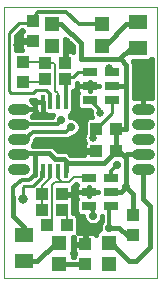
<source format=gtl>
G75*
G70*
%OFA0B0*%
%FSLAX24Y24*%
%IPPOS*%
%LPD*%
%AMOC8*
5,1,8,0,0,1.08239X$1,22.5*
%
%ADD10C,0.0000*%
%ADD11R,0.0515X0.0515*%
%ADD12R,0.0630X0.0472*%
%ADD13R,0.0394X0.0433*%
%ADD14R,0.0433X0.0394*%
%ADD15R,0.0138X0.0472*%
%ADD16R,0.0494X0.0276*%
%ADD17C,0.0377*%
%ADD18C,0.0120*%
%ADD19C,0.0277*%
%ADD20C,0.0258*%
%ADD21C,0.0060*%
%ADD22C,0.0100*%
%ADD23C,0.0160*%
%ADD24C,0.0150*%
%ADD25C,0.0317*%
%ADD26C,0.0080*%
D10*
X000900Y000980D02*
X000900Y010035D01*
X006018Y010035D01*
X006018Y000980D01*
X000900Y000980D01*
D11*
X002753Y001459D03*
X002753Y002167D03*
X004406Y002167D03*
X004406Y001459D03*
X004165Y008729D03*
X004165Y009438D03*
X002512Y009438D03*
X002512Y008729D03*
D12*
X005382Y008649D03*
X005382Y009516D03*
X001578Y002434D03*
X001578Y001568D03*
D13*
X002325Y002740D03*
X002165Y003260D03*
X002165Y003780D03*
X002835Y003780D03*
X002835Y003260D03*
X002995Y002740D03*
X003965Y005940D03*
X004635Y005940D03*
X002955Y007620D03*
X002955Y008140D03*
X002285Y008140D03*
X002285Y007620D03*
D14*
X001540Y007525D03*
X001540Y008195D03*
X001860Y008885D03*
X001860Y009555D03*
X003965Y005220D03*
X004635Y005220D03*
X005220Y003075D03*
X005220Y002405D03*
X003620Y002115D03*
X003620Y001445D03*
D15*
X002964Y004548D03*
X002708Y004548D03*
X002452Y004548D03*
X002196Y004548D03*
X002196Y006852D03*
X002452Y006852D03*
X002708Y006852D03*
X002964Y006852D03*
D16*
X003766Y006908D03*
X003766Y007380D03*
X003766Y007852D03*
X004514Y007852D03*
X004514Y007380D03*
X004514Y006908D03*
X004474Y004332D03*
X004474Y003860D03*
X004474Y003388D03*
X003726Y003388D03*
X003726Y003860D03*
X003726Y004332D03*
D17*
X005351Y004620D02*
X005729Y004620D01*
X005729Y005120D02*
X005351Y005120D01*
X005351Y005620D02*
X005729Y005620D01*
X005729Y006120D02*
X005351Y006120D01*
X005351Y006620D02*
X005729Y006620D01*
X001569Y006620D02*
X001191Y006620D01*
X001191Y006120D02*
X001569Y006120D01*
X001569Y005620D02*
X001191Y005620D01*
X001191Y005120D02*
X001569Y005120D01*
X001569Y004620D02*
X001191Y004620D01*
D18*
X001500Y004260D02*
X001220Y004020D01*
X001220Y003700D01*
X001500Y004260D02*
X001740Y004260D01*
X001940Y004420D01*
X002180Y004340D02*
X002180Y004532D01*
X002196Y004548D01*
X001620Y005620D02*
X001860Y005860D01*
X002980Y005860D01*
X003140Y006020D01*
X002820Y006260D02*
X002720Y006120D01*
X001380Y006120D01*
X001380Y005620D02*
X001620Y005620D01*
X002452Y006852D02*
X002452Y007108D01*
X002964Y006852D02*
X002964Y007460D01*
X002964Y007524D01*
X002980Y007540D01*
X003402Y009438D02*
X002980Y009860D01*
X002045Y009860D01*
X003402Y009438D02*
X004165Y009438D01*
X004660Y004740D02*
X004474Y004554D01*
X004474Y004332D01*
X004474Y003388D02*
X004420Y003334D01*
X004420Y002660D01*
X003860Y003060D02*
X003860Y003220D01*
X003700Y003380D01*
D19*
X003860Y003060D03*
X004420Y002660D03*
X004980Y004020D03*
X004660Y004740D03*
X003540Y006420D03*
X003140Y006020D03*
X002820Y006260D03*
X002180Y005540D03*
X003420Y005300D03*
X005540Y007540D03*
D20*
X004420Y007980D03*
X004100Y006500D03*
X003860Y005660D03*
D21*
X003720Y004340D02*
X003200Y004340D01*
X003200Y004320D01*
X003080Y004200D01*
X002840Y004200D01*
X002720Y004320D01*
X002708Y004548D01*
X002160Y003860D02*
X002165Y003780D01*
X002180Y003820D01*
X002240Y003300D02*
X002165Y003260D01*
X002835Y003260D02*
X002920Y003300D01*
X002920Y003120D01*
X003000Y003040D01*
X003000Y002780D01*
X002995Y002740D01*
X003700Y003380D02*
X003720Y003400D01*
X003726Y003388D01*
X003740Y003860D02*
X003726Y003860D01*
X003740Y003860D01*
X003726Y004015D02*
X003740Y004020D01*
X003726Y004332D02*
X003720Y004340D01*
X004500Y006900D02*
X004480Y006920D01*
X004514Y006908D01*
X004514Y007852D02*
X004460Y007860D01*
X004420Y007860D01*
X003780Y007380D02*
X003766Y007380D01*
X003780Y007380D01*
X003020Y007460D02*
X002964Y007460D01*
X002964Y007524D02*
X002960Y007580D01*
X002960Y007620D01*
X002955Y007620D01*
X002980Y007560D01*
X003000Y007580D01*
X003000Y007640D01*
X003020Y007660D01*
X003020Y007680D01*
X003060Y007700D01*
X002285Y008140D02*
X002280Y008160D01*
X002280Y008200D01*
X001540Y008200D01*
X001540Y008195D01*
X002280Y008140D02*
X002285Y008140D01*
D22*
X001860Y008885D02*
X001445Y008805D01*
X001380Y008740D01*
X001315Y008805D02*
X001300Y008820D01*
X001315Y008805D02*
X001860Y008885D01*
X001860Y009460D02*
X001860Y009555D01*
X001940Y009635D01*
X001940Y009780D01*
X002020Y009860D01*
X002045Y009860D01*
X001860Y009620D02*
X001860Y009555D01*
X001845Y009475D02*
X001860Y009460D01*
X001845Y009475D02*
X001395Y009475D01*
X001060Y009140D01*
X001060Y007220D01*
X001140Y007140D01*
X001860Y007140D01*
X001980Y007260D01*
X002300Y007260D01*
X002452Y007108D01*
X003060Y007700D02*
X003220Y007700D01*
X003372Y007852D01*
X003766Y007852D01*
X003766Y006908D02*
X003772Y006908D01*
X004100Y006580D01*
X004100Y006500D01*
X004500Y006500D02*
X003965Y005965D01*
X003965Y005940D01*
X003885Y005620D01*
X003860Y005660D01*
X004500Y006500D02*
X004500Y006900D01*
X004980Y007060D02*
X004980Y007140D01*
X004420Y007860D02*
X004420Y007980D01*
X004740Y008300D02*
X004820Y008300D01*
X003060Y008740D02*
X002955Y008635D01*
X002955Y008140D01*
X001380Y005120D02*
X001410Y005090D01*
X001580Y004060D02*
X001860Y004060D01*
X002180Y004340D01*
X001580Y004060D02*
X001540Y004020D01*
X001540Y003620D01*
X002980Y004820D02*
X002960Y004880D01*
X002964Y004896D01*
D23*
X003146Y005075D02*
X003116Y005104D01*
X003116Y005104D01*
X003044Y005176D01*
X002951Y005215D01*
X002706Y005215D01*
X002636Y005284D01*
X002564Y005356D01*
X002471Y005395D01*
X001865Y005395D01*
X001881Y005411D01*
X001937Y005547D01*
X001937Y005598D01*
X001959Y005620D01*
X003028Y005620D01*
X003116Y005657D01*
X003161Y005701D01*
X003203Y005701D01*
X003321Y005750D01*
X003410Y005839D01*
X003459Y005957D01*
X003459Y006083D01*
X003410Y006201D01*
X003321Y006290D01*
X003203Y006339D01*
X003132Y006339D01*
X003092Y006435D01*
X003107Y006435D01*
X003213Y006541D01*
X003213Y007162D01*
X003204Y007171D01*
X003204Y007223D01*
X003226Y007223D01*
X003331Y007329D01*
X003331Y007486D01*
X003339Y007494D01*
X003339Y007380D01*
X003339Y007219D01*
X003351Y007173D01*
X003366Y007147D01*
X003339Y007120D01*
X003339Y006695D01*
X003445Y006590D01*
X003765Y006590D01*
X003792Y006563D01*
X003791Y006561D01*
X003791Y006439D01*
X003833Y006337D01*
X003694Y006337D01*
X003589Y006231D01*
X003589Y005812D01*
X003551Y005721D01*
X003551Y005599D01*
X003591Y005503D01*
X003581Y005486D01*
X003569Y005441D01*
X003569Y005238D01*
X003947Y005238D01*
X003947Y005202D01*
X003569Y005202D01*
X003569Y005075D01*
X003146Y005075D01*
X003120Y005101D02*
X003569Y005101D01*
X003569Y005260D02*
X002661Y005260D01*
X003285Y005735D02*
X003557Y005735D01*
X003560Y005577D02*
X001937Y005577D01*
X001884Y005418D02*
X003569Y005418D01*
X003589Y005894D02*
X003433Y005894D01*
X003459Y006052D02*
X003589Y006052D01*
X003589Y006211D02*
X003400Y006211D01*
X003199Y006528D02*
X003791Y006528D01*
X003820Y006369D02*
X003120Y006369D01*
X003213Y006686D02*
X003348Y006686D01*
X003339Y006845D02*
X003213Y006845D01*
X003213Y007003D02*
X003339Y007003D01*
X003358Y007162D02*
X003213Y007162D01*
X003323Y007320D02*
X003339Y007320D01*
X003339Y007380D02*
X003766Y007380D01*
X004087Y007380D01*
X003766Y007380D01*
X003766Y007380D01*
X003766Y007380D01*
X003766Y007535D01*
X003766Y007380D01*
X003766Y007225D01*
X003766Y007380D01*
X003766Y007380D01*
X003766Y007380D01*
X003339Y007380D01*
X003331Y007479D02*
X003339Y007479D01*
X003766Y007479D02*
X003766Y007479D01*
X003766Y007535D02*
X003766Y007535D01*
X003766Y007320D02*
X003766Y007320D01*
X003766Y007225D02*
X003766Y007225D01*
X004087Y007380D02*
X004087Y007380D01*
X003205Y008529D02*
X003205Y008714D01*
X002949Y008970D01*
X002949Y008397D01*
X002936Y008384D01*
X002936Y008158D01*
X002973Y008158D01*
X002973Y008537D01*
X003175Y008537D01*
X003205Y008529D01*
X003205Y008588D02*
X002949Y008588D01*
X002949Y008430D02*
X002973Y008430D01*
X002973Y008271D02*
X002936Y008271D01*
X002949Y008747D02*
X003173Y008747D01*
X003014Y008905D02*
X002949Y008905D01*
X001842Y008904D02*
X001842Y008867D01*
X001463Y008867D01*
X001463Y008665D01*
X001476Y008619D01*
X001499Y008578D01*
X001506Y008571D01*
X001290Y008571D01*
X001290Y009045D01*
X001490Y009245D01*
X001502Y009245D01*
X001527Y009220D01*
X001499Y009193D01*
X001476Y009152D01*
X001463Y009106D01*
X001463Y008904D01*
X001842Y008904D01*
X001525Y009222D02*
X001467Y009222D01*
X001463Y009064D02*
X001309Y009064D01*
X001290Y008905D02*
X001463Y008905D01*
X001463Y008747D02*
X001290Y008747D01*
X001290Y008588D02*
X001494Y008588D01*
X001798Y006910D02*
X001947Y006910D01*
X001947Y006852D01*
X002196Y006852D01*
X002196Y006852D01*
X001947Y006852D01*
X001947Y006592D01*
X001960Y006546D01*
X001983Y006505D01*
X002017Y006471D01*
X002058Y006448D01*
X002104Y006435D01*
X002196Y006435D01*
X002196Y006852D01*
X002196Y006852D01*
X002196Y006435D01*
X002289Y006435D01*
X002304Y006440D01*
X002309Y006435D01*
X002548Y006435D01*
X002516Y006360D01*
X001850Y006360D01*
X001840Y006370D01*
X001855Y006385D01*
X001895Y006445D01*
X001923Y006512D01*
X001937Y006584D01*
X001937Y006620D01*
X001937Y006656D01*
X001923Y006728D01*
X001895Y006795D01*
X001855Y006855D01*
X001804Y006906D01*
X001798Y006910D01*
X001862Y006845D02*
X001947Y006845D01*
X001931Y006686D02*
X001947Y006686D01*
X001937Y006620D02*
X001380Y006620D01*
X001380Y006620D01*
X001937Y006620D01*
X001926Y006528D02*
X001970Y006528D01*
X001841Y006369D02*
X002520Y006369D01*
X002196Y006528D02*
X002196Y006528D01*
X002196Y006686D02*
X002196Y006686D01*
X002196Y006845D02*
X002196Y006845D01*
X003299Y004122D02*
X003290Y004113D01*
X003208Y004031D01*
X003211Y004020D01*
X003211Y003798D01*
X002853Y003798D01*
X002853Y003762D01*
X003211Y003762D01*
X003211Y003137D01*
X003266Y003137D01*
X003371Y003031D01*
X003371Y002489D01*
X003380Y002491D01*
X003602Y002491D01*
X003602Y002133D01*
X003638Y002133D01*
X003638Y002491D01*
X003860Y002491D01*
X003906Y002479D01*
X003947Y002456D01*
X003969Y002434D01*
X003969Y002499D01*
X004074Y002605D01*
X004101Y002605D01*
X004101Y002723D01*
X004150Y002841D01*
X004180Y002871D01*
X004180Y003070D01*
X004179Y003070D01*
X004179Y002997D01*
X004130Y002879D01*
X004041Y002790D01*
X003923Y002741D01*
X003797Y002741D01*
X003679Y002790D01*
X003590Y002879D01*
X003541Y002997D01*
X003541Y003070D01*
X003405Y003070D01*
X003299Y003175D01*
X003299Y003600D01*
X003326Y003627D01*
X003311Y003653D01*
X003299Y003699D01*
X003299Y003860D01*
X003726Y003860D01*
X004047Y003860D01*
X003726Y003860D01*
X003726Y003860D01*
X003726Y003860D01*
X003726Y004015D01*
X003726Y003860D01*
X003726Y003705D01*
X003726Y003860D01*
X003726Y003860D01*
X003726Y003860D01*
X003299Y003860D01*
X003299Y004021D01*
X003311Y004067D01*
X003326Y004093D01*
X003299Y004120D01*
X003299Y004122D01*
X003299Y003992D02*
X003211Y003992D01*
X003211Y003833D02*
X003299Y003833D01*
X003306Y003675D02*
X003211Y003675D01*
X003211Y003516D02*
X003299Y003516D01*
X003299Y003358D02*
X003211Y003358D01*
X003211Y003199D02*
X003299Y003199D01*
X003362Y003041D02*
X003541Y003041D01*
X003589Y002882D02*
X003371Y002882D01*
X003371Y002724D02*
X004101Y002724D01*
X004035Y002565D02*
X003371Y002565D01*
X003226Y002343D02*
X003223Y002335D01*
X003223Y002133D01*
X003602Y002133D01*
X003602Y002096D01*
X003223Y002096D01*
X003223Y001894D01*
X003236Y001848D01*
X003259Y001807D01*
X003287Y001780D01*
X003223Y001717D01*
X003223Y001700D01*
X003190Y001700D01*
X003190Y001791D01*
X003168Y001813D01*
X003190Y001835D01*
X003190Y002343D01*
X003226Y002343D01*
X003223Y002248D02*
X003190Y002248D01*
X003190Y002090D02*
X003223Y002090D01*
X003223Y001931D02*
X003190Y001931D01*
X003190Y001773D02*
X003279Y001773D01*
X003602Y002248D02*
X003638Y002248D01*
X003638Y002407D02*
X003602Y002407D01*
X004131Y002882D02*
X004180Y002882D01*
X004179Y003041D02*
X004180Y003041D01*
X004420Y002660D02*
X004740Y002660D01*
X004995Y002405D01*
X005220Y002405D01*
X005220Y003075D02*
X005220Y003780D01*
X004980Y004020D01*
X005540Y004020D02*
X005540Y003620D01*
X005780Y003380D01*
X005780Y002020D01*
X005300Y001540D01*
X005060Y001540D01*
X004560Y002040D01*
X004420Y002180D01*
X003726Y003705D02*
X003726Y003705D01*
X003726Y003833D02*
X003726Y003833D01*
X003726Y003992D02*
X003726Y003992D01*
X003726Y004015D02*
X003726Y004015D01*
X004047Y003860D02*
X004047Y003860D01*
X005540Y006620D02*
X005540Y006989D01*
X005315Y006989D01*
X005244Y006974D01*
X005235Y006971D01*
X005235Y008086D01*
X005239Y008122D01*
X005235Y008136D01*
X005235Y008151D01*
X005221Y008185D01*
X005211Y008220D01*
X005202Y008231D01*
X005201Y008233D01*
X005772Y008233D01*
X005838Y008300D01*
X005838Y006974D01*
X005836Y006974D01*
X005765Y006989D01*
X005540Y006989D01*
X005540Y006620D01*
X005540Y006620D01*
X005540Y006686D02*
X005540Y006686D01*
X005540Y006845D02*
X005540Y006845D01*
X005838Y007003D02*
X005235Y007003D01*
X005235Y007162D02*
X005838Y007162D01*
X005838Y007320D02*
X005235Y007320D01*
X005235Y007479D02*
X005838Y007479D01*
X005838Y007637D02*
X005235Y007637D01*
X005235Y007796D02*
X005838Y007796D01*
X005838Y007954D02*
X005235Y007954D01*
X005238Y008113D02*
X005838Y008113D01*
X005838Y008271D02*
X005810Y008271D01*
D24*
X005382Y008649D02*
X005129Y008649D01*
X004740Y008300D01*
X003460Y008300D01*
X003460Y008820D01*
X002820Y009460D01*
X002529Y009460D01*
X002512Y009438D01*
X004165Y008729D02*
X004289Y008769D01*
X004980Y009460D01*
X005327Y009460D01*
X005382Y009516D01*
X004820Y008300D02*
X004980Y008100D01*
X004980Y007380D01*
X004514Y007380D01*
X004980Y007380D02*
X004980Y007140D01*
X004980Y007060D02*
X004980Y005940D01*
X004635Y005940D01*
X004635Y005220D01*
X004235Y004820D01*
X002980Y004820D01*
X002964Y004896D02*
X002900Y004960D01*
X002600Y004960D01*
X002420Y005140D01*
X001940Y005140D01*
X001940Y004420D01*
X001940Y005140D02*
X001460Y005140D01*
X001410Y005090D01*
X001380Y005060D01*
X001220Y003700D02*
X001220Y003060D01*
X001578Y002702D01*
X001578Y002434D01*
X001578Y001568D02*
X001606Y001540D01*
X002020Y001540D01*
X002647Y002167D01*
X002753Y002167D01*
X002753Y001459D02*
X002766Y001445D01*
X003620Y001445D01*
X004406Y002167D02*
X004560Y002040D01*
X004580Y002100D02*
X004474Y002100D01*
X004406Y002167D01*
X004474Y003860D02*
X004820Y003860D01*
X004980Y004020D01*
X004980Y004980D01*
X004820Y005140D01*
X004635Y005220D01*
X004980Y005100D02*
X004980Y004980D01*
X004980Y005100D02*
X005000Y005120D01*
X005540Y005120D01*
X005540Y004620D02*
X005540Y004020D01*
X003540Y006420D02*
X003300Y006660D01*
X002964Y004896D02*
X002964Y004548D01*
D25*
X003820Y003860D03*
X001540Y003620D03*
X001380Y008740D03*
X003060Y008740D03*
D26*
X002580Y008140D02*
X002620Y008100D01*
X002620Y007220D01*
X002700Y007140D01*
X002700Y006860D01*
X002708Y006852D01*
X002191Y007525D02*
X002285Y007620D01*
X002191Y007525D02*
X001540Y007525D01*
X002285Y008140D02*
X002580Y008140D01*
X002452Y004548D02*
X002452Y004332D01*
X002180Y004060D01*
X002180Y003875D01*
X002165Y003780D01*
X002245Y003780D01*
X002180Y003780D02*
X002180Y003820D01*
X002180Y003860D01*
X002180Y003780D02*
X002165Y003765D01*
X002165Y003260D01*
X002500Y002955D02*
X002325Y002740D01*
X002500Y002955D02*
X002500Y004100D01*
X002600Y004200D01*
X002840Y004200D01*
X003700Y004020D02*
X004020Y003860D01*
X003820Y003860D01*
X003740Y004020D02*
X003700Y004020D01*
M02*

</source>
